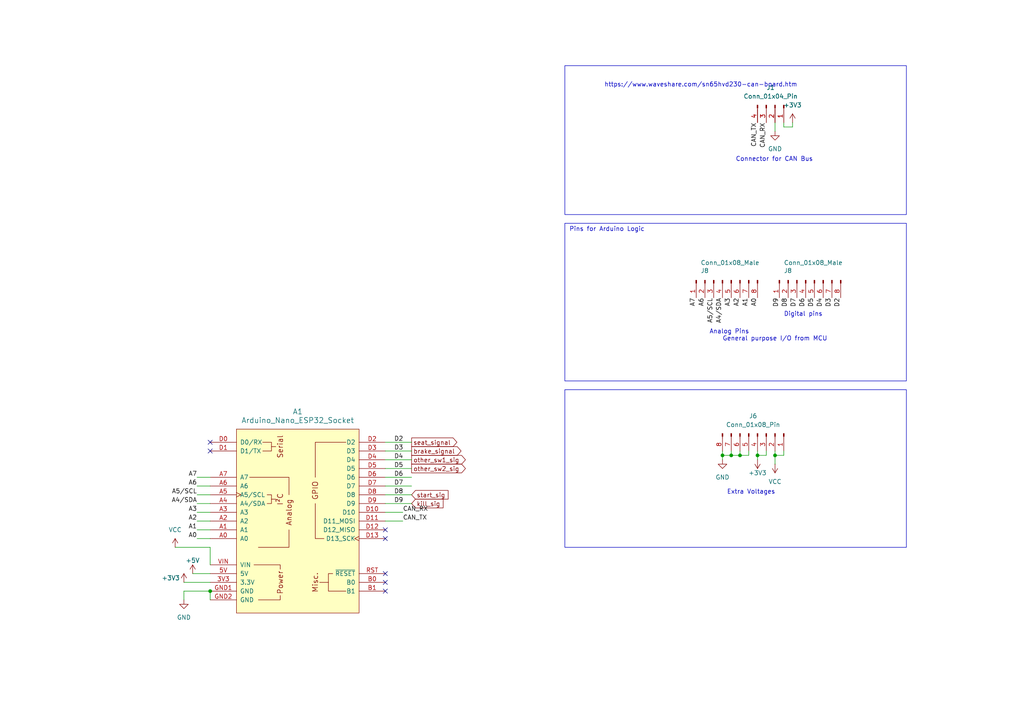
<source format=kicad_sch>
(kicad_sch (version 20231120) (generator "eeschema") (generator_version "8.0")
  (paper "A4")
  (lib_symbols
    (symbol "Connector:Conn_01x04_Pin" (pin_names (offset 1.016) hide)
      (property "Reference" "J" (at 0 5.08 0))
      (property "Value" "Conn_01x04_Pin" (at 0 -7.62 0))
      (symbol "Conn_01x04_Pin_1_1"
        (polyline (pts (xy 1.27 -5.08) (xy 0.8636 -5.08)) (stroke (width 0.1524)))
        (polyline (pts (xy 1.27 -2.54) (xy 0.8636 -2.54)) (stroke (width 0.1524)))
        (polyline (pts (xy 1.27 0) (xy 0.8636 0)) (stroke (width 0.1524)))
        (polyline (pts (xy 1.27 2.54) (xy 0.8636 2.54)) (stroke (width 0.1524)))
        (rectangle (start 0.8636 -4.953) (end 0 -5.207) (stroke (width 0.1524)) (fill (type outline)))
        (rectangle (start 0.8636 -2.413) (end 0 -2.667) (stroke (width 0.1524)) (fill (type outline)))
        (rectangle (start 0.8636 0.127) (end 0 -0.127) (stroke (width 0.1524)) (fill (type outline)))
        (rectangle (start 0.8636 2.667) (end 0 2.413) (stroke (width 0.1524)) (fill (type outline)))
        (pin passive line (at 5.08 2.54 180) (length 3.81) (name "Pin_1") (number "1"))
        (pin passive line (at 5.08 0 180) (length 3.81) (name "Pin_2") (number "2"))
        (pin passive line (at 5.08 -2.54 180) (length 3.81) (name "Pin_3") (number "3"))
        (pin passive line (at 5.08 -5.08 180) (length 3.81) (name "Pin_4") (number "4"))
      )
    )
    (symbol "Connector:Conn_01x08_Pin" (pin_names (offset 1.016) hide)
      (property "Reference" "J" (at 0 10.16 0))
      (property "Value" "Conn_01x08_Pin" (at 0 -12.7 0))
      (symbol "Conn_01x08_Pin_1_1"
        (polyline (pts (xy 1.27 -10.16) (xy 0.8636 -10.16)) (stroke (width 0.1524)))
        (polyline (pts (xy 1.27 -7.62) (xy 0.8636 -7.62)) (stroke (width 0.1524)))
        (polyline (pts (xy 1.27 -5.08) (xy 0.8636 -5.08)) (stroke (width 0.1524)))
        (polyline (pts (xy 1.27 -2.54) (xy 0.8636 -2.54)) (stroke (width 0.1524)))
        (polyline (pts (xy 1.27 0) (xy 0.8636 0)) (stroke (width 0.1524)))
        (polyline (pts (xy 1.27 2.54) (xy 0.8636 2.54)) (stroke (width 0.1524)))
        (polyline (pts (xy 1.27 5.08) (xy 0.8636 5.08)) (stroke (width 0.1524)))
        (polyline (pts (xy 1.27 7.62) (xy 0.8636 7.62)) (stroke (width 0.1524)))
        (rectangle (start 0.8636 -10.033) (end 0 -10.287) (stroke (width 0.1524)) (fill (type outline)))
        (rectangle (start 0.8636 -7.493) (end 0 -7.747) (stroke (width 0.1524)) (fill (type outline)))
        (rectangle (start 0.8636 -4.953) (end 0 -5.207) (stroke (width 0.1524)) (fill (type outline)))
        (rectangle (start 0.8636 -2.413) (end 0 -2.667) (stroke (width 0.1524)) (fill (type outline)))
        (rectangle (start 0.8636 0.127) (end 0 -0.127) (stroke (width 0.1524)) (fill (type outline)))
        (rectangle (start 0.8636 2.667) (end 0 2.413) (stroke (width 0.1524)) (fill (type outline)))
        (rectangle (start 0.8636 5.207) (end 0 4.953) (stroke (width 0.1524)) (fill (type outline)))
        (rectangle (start 0.8636 7.747) (end 0 7.493) (stroke (width 0.1524)) (fill (type outline)))
        (pin passive line (at 5.08 7.62 180) (length 3.81) (name "Pin_1") (number "1"))
        (pin passive line (at 5.08 5.08 180) (length 3.81) (name "Pin_2") (number "2"))
        (pin passive line (at 5.08 2.54 180) (length 3.81) (name "Pin_3") (number "3"))
        (pin passive line (at 5.08 0 180) (length 3.81) (name "Pin_4") (number "4"))
        (pin passive line (at 5.08 -2.54 180) (length 3.81) (name "Pin_5") (number "5"))
        (pin passive line (at 5.08 -5.08 180) (length 3.81) (name "Pin_6") (number "6"))
        (pin passive line (at 5.08 -7.62 180) (length 3.81) (name "Pin_7") (number "7"))
        (pin passive line (at 5.08 -10.16 180) (length 3.81) (name "Pin_8") (number "8"))
      )
    )
    (symbol "Motherboard_2023-rescue:Conn_01x08_Male-Connector" (pin_names (offset 1.016) hide)
      (property "Reference" "J" (at 0 10.16 0))
      (property "Value" "Connector_Conn_01x08_Male" (at 0 -12.7 0))
      (symbol "Conn_01x08_Male-Connector_1_1"
        (polyline (pts (xy 1.27 -10.16) (xy 0.8636 -10.16)) (stroke (width 0.1524)))
        (polyline (pts (xy 1.27 -7.62) (xy 0.8636 -7.62)) (stroke (width 0.1524)))
        (polyline (pts (xy 1.27 -5.08) (xy 0.8636 -5.08)) (stroke (width 0.1524)))
        (polyline (pts (xy 1.27 -2.54) (xy 0.8636 -2.54)) (stroke (width 0.1524)))
        (polyline (pts (xy 1.27 0) (xy 0.8636 0)) (stroke (width 0.1524)))
        (polyline (pts (xy 1.27 2.54) (xy 0.8636 2.54)) (stroke (width 0.1524)))
        (polyline (pts (xy 1.27 5.08) (xy 0.8636 5.08)) (stroke (width 0.1524)))
        (polyline (pts (xy 1.27 7.62) (xy 0.8636 7.62)) (stroke (width 0.1524)))
        (rectangle (start 0.8636 -10.033) (end 0 -10.287) (stroke (width 0.1524)) (fill (type outline)))
        (rectangle (start 0.8636 -7.493) (end 0 -7.747) (stroke (width 0.1524)) (fill (type outline)))
        (rectangle (start 0.8636 -4.953) (end 0 -5.207) (stroke (width 0.1524)) (fill (type outline)))
        (rectangle (start 0.8636 -2.413) (end 0 -2.667) (stroke (width 0.1524)) (fill (type outline)))
        (rectangle (start 0.8636 0.127) (end 0 -0.127) (stroke (width 0.1524)) (fill (type outline)))
        (rectangle (start 0.8636 2.667) (end 0 2.413) (stroke (width 0.1524)) (fill (type outline)))
        (rectangle (start 0.8636 5.207) (end 0 4.953) (stroke (width 0.1524)) (fill (type outline)))
        (rectangle (start 0.8636 7.747) (end 0 7.493) (stroke (width 0.1524)) (fill (type outline)))
        (pin passive line (at 5.08 7.62 180) (length 3.81) (name "Pin_1") (number "1"))
        (pin passive line (at 5.08 5.08 180) (length 3.81) (name "Pin_2") (number "2"))
        (pin passive line (at 5.08 2.54 180) (length 3.81) (name "Pin_3") (number "3"))
        (pin passive line (at 5.08 0 180) (length 3.81) (name "Pin_4") (number "4"))
        (pin passive line (at 5.08 -2.54 180) (length 3.81) (name "Pin_5") (number "5"))
        (pin passive line (at 5.08 -5.08 180) (length 3.81) (name "Pin_6") (number "6"))
        (pin passive line (at 5.08 -7.62 180) (length 3.81) (name "Pin_7") (number "7"))
        (pin passive line (at 5.08 -10.16 180) (length 3.81) (name "Pin_8") (number "8"))
      )
    )
    (symbol "arduino-library:Arduino_Nano_ESP32_Socket" (pin_names (offset 1.016))
      (property "Reference" "A" (at 0 33.02 0))
      (property "Value" "Arduino_Nano_ESP32_Socket" (at 0 29.21 0))
      (symbol "Arduino_Nano_ESP32_Socket_0_0"
        (rectangle (start -17.78 26.67) (end 17.78 -26.67) (fill (type background)))
        (polyline (pts (xy -7.62 6.35) (xy -6.35 6.35)))
        (polyline (pts (xy -7.62 21.59) (xy -6.35 21.59)))
        (polyline (pts (xy 8.89 -17.78) (xy 6.35 -17.78)))
        (polyline (pts (xy -11.43 -22.86) (xy -5.08 -22.86) (xy -5.08 -21.59)))
        (polyline (pts (xy -5.08 -13.97) (xy -5.08 -12.7) (xy -12.7 -12.7)))
        (polyline (pts (xy -10.16 22.86) (xy -7.62 22.86) (xy -7.62 20.32) (xy -10.16 20.32)))
        (polyline (pts (xy -8.89 7.62) (xy -7.62 7.62) (xy -7.62 5.08) (xy -8.89 5.08)))
        (text "Analog" (at -2.54 2.54 900) (effects (font (size 1.524 1.524))))
        (text "I²C" (at -5.08 6.35 900) (effects (font (size 1.524 1.524))))
        (text "Misc." (at 5.08 -17.78 900) (effects (font (size 1.524 1.524))))
        (text "Power" (at -5.08 -17.78 900) (effects (font (size 1.524 1.524))))
        (text "Serial" (at -5.08 21.59 900) (effects (font (size 1.524 1.524))))
      )
      (symbol "Arduino_Nano_ESP32_Socket_0_1"
        (polyline (pts (xy -13.97 12.7) (xy -2.54 12.7) (xy -2.54 7.62)))
        (polyline (pts (xy -11.43 -7.62) (xy -2.54 -7.62) (xy -2.54 -2.54)))
        (polyline (pts (xy 7.62 -5.08) (xy 5.08 -5.08) (xy 5.08 5.08)))
        (polyline (pts (xy 13.97 22.86) (xy 5.08 22.86) (xy 5.08 12.7)))
        (polyline (pts (xy 10.16 -15.24) (xy 8.89 -15.24) (xy 8.89 -20.32) (xy 13.97 -20.32)))
      )
      (symbol "Arduino_Nano_ESP32_Socket_1_0"
        (text "GPIO" (at 5.08 8.89 900) (effects (font (size 1.524 1.524))))
      )
      (symbol "Arduino_Nano_ESP32_Socket_1_1"
        (pin power_out line (at -25.4 -17.78 0) (length 7.62) (name "3.3V") (number "3V3"))
        (pin power_in line (at -25.4 -15.24 0) (length 7.62) (name "5V") (number "5V"))
        (pin bidirectional line (at -25.4 -5.08 0) (length 7.62) (name "A0") (number "A0"))
        (pin bidirectional line (at -25.4 -2.54 0) (length 7.62) (name "A1") (number "A1"))
        (pin bidirectional line (at -25.4 0 0) (length 7.62) (name "A2") (number "A2"))
        (pin bidirectional line (at -25.4 2.54 0) (length 7.62) (name "A3") (number "A3"))
        (pin bidirectional line (at -25.4 5.08 0) (length 7.62) (name "A4/SDA") (number "A4"))
        (pin bidirectional clock (at -25.4 7.62 0) (length 7.62) (name "A5/SCL") (number "A5"))
        (pin input line (at -25.4 10.16 0) (length 7.62) (name "A6") (number "A6"))
        (pin input line (at -25.4 12.7 0) (length 7.62) (name "A7") (number "A7"))
        (pin bidirectional line (at 25.4 -17.78 180) (length 7.62) (name "B0") (number "B0"))
        (pin bidirectional line (at 25.4 -20.32 180) (length 7.62) (name "B1") (number "B1"))
        (pin bidirectional line (at -25.4 22.86 0) (length 7.62) (name "D0/RX") (number "D0"))
        (pin bidirectional line (at -25.4 20.32 0) (length 7.62) (name "D1/TX") (number "D1"))
        (pin bidirectional line (at 25.4 2.54 180) (length 7.62) (name "D10") (number "D10"))
        (pin bidirectional line (at 25.4 0 180) (length 7.62) (name "D11_MOSI") (number "D11"))
        (pin bidirectional line (at 25.4 -2.54 180) (length 7.62) (name "D12_MISO") (number "D12"))
        (pin bidirectional clock (at 25.4 -5.08 180) (length 7.62) (name "D13_SCK") (number "D13"))
        (pin bidirectional line (at 25.4 22.86 180) (length 7.62) (name "D2") (number "D2"))
        (pin bidirectional line (at 25.4 20.32 180) (length 7.62) (name "D3") (number "D3"))
        (pin bidirectional line (at 25.4 17.78 180) (length 7.62) (name "D4") (number "D4"))
        (pin bidirectional line (at 25.4 15.24 180) (length 7.62) (name "D5") (number "D5"))
        (pin bidirectional line (at 25.4 12.7 180) (length 7.62) (name "D6") (number "D6"))
        (pin bidirectional line (at 25.4 10.16 180) (length 7.62) (name "D7") (number "D7"))
        (pin bidirectional line (at 25.4 7.62 180) (length 7.62) (name "D8") (number "D8"))
        (pin bidirectional line (at 25.4 5.08 180) (length 7.62) (name "D9") (number "D9"))
        (pin power_in line (at -25.4 -20.32 0) (length 7.62) (name "GND") (number "GND1"))
        (pin power_in line (at -25.4 -22.86 0) (length 7.62) (name "GND") (number "GND2"))
        (pin open_collector line (at 25.4 -15.24 180) (length 7.62) (name "~{RESET}") (number "RST"))
        (pin power_in line (at -25.4 -12.7 0) (length 7.62) (name "VIN") (number "VIN"))
      )
    )
    (symbol "power:+3V3" (power) (pin_names (offset 0))
      (property "Value" "+3V3" (at 0 3.556 0))
      (symbol "+3V3_0_1"
        (polyline (pts (xy -0.762 1.27) (xy 0 2.54)))
        (polyline (pts (xy 0 0) (xy 0 2.54)))
        (polyline (pts (xy 0 2.54) (xy 0.762 1.27)))
      )
      (symbol "+3V3_1_1"
        (pin power_in line (at 0 0 90) (length 0) hide (name "+3V3") (number "1"))
      )
    )
    (symbol "power:+5V" (power) (pin_names (offset 0))
      (property "Value" "+5V" (at 0 3.556 0))
      (symbol "+5V_0_1"
        (polyline (pts (xy -0.762 1.27) (xy 0 2.54)))
        (polyline (pts (xy 0 0) (xy 0 2.54)))
        (polyline (pts (xy 0 2.54) (xy 0.762 1.27)))
      )
      (symbol "+5V_1_1"
        (pin power_in line (at 0 0 90) (length 0) hide (name "+5V") (number "1"))
      )
    )
    (symbol "power:GND" (power) (pin_names (offset 0))
      (property "Value" "GND" (at 0 -3.81 0))
      (symbol "GND_0_1"
        (polyline (pts (xy 0 0) (xy 0 -1.27) (xy 1.27 -1.27) (xy 0 -2.54) (xy -1.27 -1.27) (xy 0 -1.27)))
      )
      (symbol "GND_1_1"
        (pin power_in line (at 0 0 270) (length 0) hide (name "GND") (number "1"))
      )
    )
    (symbol "power:VCC" (power) (pin_numbers hide) (pin_names (offset 0) hide)
      (property "Value" "VCC" (at 0 3.556 0))
      (symbol "VCC_0_1"
        (polyline (pts (xy -0.762 1.27) (xy 0 2.54)))
        (polyline (pts (xy 0 0) (xy 0 2.54)))
        (polyline (pts (xy 0 2.54) (xy 0.762 1.27)))
      )
      (symbol "VCC_1_1"
        (pin power_in line (at 0 0 90) (length 0) (name "~") (number "1"))
      )
    )
  )
  (junction (at 209.55 132.08))
  (junction (at 212.09 132.08))
  (junction (at 219.71 132.08))
  (junction (at 214.63 132.08))
  (junction (at 60.96 171.45))
  (junction (at 224.79 132.08))
  (no_connect (at 111.76 166.37))
  (no_connect (at 60.96 130.81))
  (no_connect (at 111.76 153.67))
  (no_connect (at 111.76 171.45))
  (no_connect (at 111.76 168.91))
  (no_connect (at 111.76 156.21))
  (no_connect (at 60.96 128.27))
  (wire (pts (xy 224.79 130.81) (xy 224.79 132.08)))
  (wire (pts (xy 229.87 35.56) (xy 229.87 36.83)))
  (wire (pts (xy 116.84 148.59) (xy 111.76 148.59)))
  (wire (pts (xy 60.96 158.75) (xy 60.96 163.83)))
  (wire (pts (xy 209.55 130.81) (xy 209.55 132.08)))
  (wire (pts (xy 227.33 36.83) (xy 229.87 36.83)))
  (wire (pts (xy 209.55 132.08) (xy 209.55 133.35)))
  (wire (pts (xy 57.15 146.05) (xy 60.96 146.05)))
  (wire (pts (xy 111.76 143.51) (xy 119.38 143.51)))
  (wire (pts (xy 222.25 130.81) (xy 222.25 132.08)))
  (wire (pts (xy 111.76 133.35) (xy 119.38 133.35)))
  (wire (pts (xy 214.63 130.81) (xy 214.63 132.08)))
  (wire (pts (xy 53.34 168.91) (xy 60.96 168.91)))
  (wire (pts (xy 57.15 153.67) (xy 60.96 153.67)))
  (wire (pts (xy 55.88 166.37) (xy 60.96 166.37)))
  (wire (pts (xy 57.15 140.97) (xy 60.96 140.97)))
  (wire (pts (xy 214.63 132.08) (xy 212.09 132.08)))
  (wire (pts (xy 224.79 132.08) (xy 227.33 132.08)))
  (wire (pts (xy 227.33 35.56) (xy 227.33 36.83)))
  (wire (pts (xy 116.84 151.13) (xy 111.76 151.13)))
  (wire (pts (xy 212.09 132.08) (xy 209.55 132.08)))
  (wire (pts (xy 224.79 132.08) (xy 224.79 134.62)))
  (wire (pts (xy 111.76 128.27) (xy 119.38 128.27)))
  (wire (pts (xy 53.34 171.45) (xy 53.34 173.99)))
  (wire (pts (xy 60.96 171.45) (xy 60.96 173.99)))
  (wire (pts (xy 224.79 35.56) (xy 224.79 38.1)))
  (wire (pts (xy 57.15 143.51) (xy 60.96 143.51)))
  (wire (pts (xy 57.15 138.43) (xy 60.96 138.43)))
  (wire (pts (xy 222.25 132.08) (xy 219.71 132.08)))
  (wire (pts (xy 50.8 158.75) (xy 60.96 158.75)))
  (wire (pts (xy 111.76 140.97) (xy 119.38 140.97)))
  (wire (pts (xy 219.71 133.35) (xy 219.71 132.08)))
  (wire (pts (xy 111.76 138.43) (xy 119.38 138.43)))
  (wire (pts (xy 111.76 135.89) (xy 119.38 135.89)))
  (wire (pts (xy 57.15 148.59) (xy 60.96 148.59)))
  (wire (pts (xy 111.76 130.81) (xy 119.38 130.81)))
  (wire (pts (xy 111.76 146.05) (xy 119.38 146.05)))
  (wire (pts (xy 60.96 171.45) (xy 53.34 171.45)))
  (wire (pts (xy 219.71 132.08) (xy 219.71 130.81)))
  (wire (pts (xy 57.15 156.21) (xy 60.96 156.21)))
  (wire (pts (xy 217.17 132.08) (xy 214.63 132.08)))
  (wire (pts (xy 57.15 151.13) (xy 60.96 151.13)))
  (wire (pts (xy 227.33 132.08) (xy 227.33 130.81)))
  (wire (pts (xy 212.09 130.81) (xy 212.09 132.08)))
  (wire (pts (xy 217.17 130.81) (xy 217.17 132.08)))
  (rectangle (start 163.83 64.77) (end 262.89 110.49))
  (rectangle (start 163.83 113.03) (end 262.89 158.75))
  (rectangle (start 163.83 19.05) (end 262.89 62.23))
  (text "Pins for Arduino Logic\n" (at 165.1 67.31 0) (effects (font (size 1.27 1.27)) (justify left bottom)))
  (text "Analog Pins\n\n" (at 205.74 99.06 0) (effects (font (size 1.27 1.27)) (justify left bottom)))
  (text "General purpose I/O from MCU\n" (at 209.55 99.06 0) (effects (font (size 1.27 1.27)) (justify left bottom)))
  (text "Connector for CAN Bus\n" (at 213.36 46.99 0) (effects (font (size 1.27 1.27)) (justify left bottom)))
  (text "https://www.waveshare.com/sn65hvd230-can-board.htm" (at 175.26 25.4 0) (effects (font (size 1.27 1.27)) (justify left bottom)))
  (text "Extra Voltages\n" (at 210.82 143.51 0) (effects (font (size 1.27 1.27)) (justify left bottom)))
  (text "Digital pins\n\n" (at 227.33 93.98 0) (effects (font (size 1.27 1.27)) (justify left bottom)))
  (label "A0" (at 57.15 156.21 180))
  (label "D4" (at 238.76 86.36 270))
  (label "D5" (at 114.3 135.89 0))
  (label "D9" (at 114.3 146.05 0))
  (label "D7" (at 231.14 86.36 270))
  (label "A2" (at 57.15 151.13 180))
  (label "D3" (at 241.3 86.36 270))
  (label "A1" (at 217.17 86.36 270))
  (label "CAN_RX" (at 222.25 35.56 270))
  (label "A4{slash}SDA" (at 57.15 146.05 180))
  (label "D2" (at 114.3 128.27 0))
  (label "A5{slash}SCL" (at 57.15 143.51 180))
  (label "A4{slash}SDA" (at 209.55 86.36 270))
  (label "A3" (at 57.15 148.59 180))
  (label "D2" (at 243.84 86.36 270))
  (label "A0" (at 219.71 86.36 270))
  (label "D8" (at 114.3 143.51 0))
  (label "A1" (at 57.15 153.67 180))
  (label "A7" (at 57.15 138.43 180))
  (label "CAN_RX" (at 116.84 148.59 0))
  (label "D4" (at 114.3 133.35 0))
  (label "CAN_TX" (at 219.71 35.56 270))
  (label "A7" (at 201.93 86.36 270))
  (label "A6" (at 57.15 140.97 180))
  (label "A6" (at 204.47 86.36 270))
  (label "A2" (at 214.63 86.36 270))
  (label "A3" (at 212.09 86.36 270))
  (label "D6" (at 114.3 138.43 0))
  (label "D3" (at 114.3 130.81 0))
  (label "D8" (at 228.6 86.36 270))
  (label "A5{slash}SCL" (at 207.01 86.36 270))
  (label "D5" (at 236.22 86.36 270))
  (label "D7" (at 114.3 140.97 0))
  (label "CAN_TX" (at 116.84 151.13 0))
  (label "D9" (at 226.06 86.36 270))
  (label "D6" (at 233.68 86.36 270))
  (global_label "other_sw2_sig" (shape output) (at 119.38 135.89 0) (property "Intersheetrefs" "${INTERSHEET_REFS}" (effects (hide yes))))
  (global_label "brake_signal" (shape output) (at 119.38 130.81 0) (property "Intersheetrefs" "${INTERSHEET_REFS}" (effects (hide yes))))
  (global_label "seat_signal" (shape output) (at 119.38 128.27 0) (property "Intersheetrefs" "${INTERSHEET_REFS}" (effects (hide yes))))
  (global_label "kill_sig" (shape input) (at 119.38 146.05 0) (property "Intersheetrefs" "${INTERSHEET_REFS}" (effects (hide yes))))
  (global_label "other_sw1_sig" (shape output) (at 119.38 133.35 0) (property "Intersheetrefs" "${INTERSHEET_REFS}" (effects (hide yes))))
  (global_label "start_sig" (shape input) (at 119.38 143.51 0) (property "Intersheetrefs" "${INTERSHEET_REFS}" (effects (hide yes))))
  (symbol (lib_id "power:+5V") (at 55.88 166.37 0) (unit 1)
    (property "Reference" "#PWR03" (effects (hide yes)))
    (property "Value" "+5V" (at 55.88 162.56 0))
    (instances (project "CANBOARD_REV2" (path "" (reference "#PWR03") (unit 1))) (project "CANBOARD_REV1" (path "" (reference "#PWR014") (unit 1))))
  )
  (symbol (lib_id "power:GND") (at 224.79 38.1 0) (unit 1)
    (property "Reference" "#PWR04" (effects (hide yes)))
    (property "Value" "GND" (at 224.79 43.18 0))
    (instances (project "CANBOARD_REV2" (path "" (reference "#PWR04") (unit 1))) (project "CANBOARD_REV1" (path "" (reference "#PWR03") (unit 1))))
  )
  (symbol (lib_id "power:VCC") (at 224.79 134.62 180) (unit 1)
    (property "Reference" "#PWR016" (effects (hide yes)))
    (property "Value" "VCC" (at 224.79 139.7 0))
    (property "Description" "Power symbol creates a global label with name \"VCC\"" (effects (hide yes)))
  )
  (symbol (lib_id "power:GND") (at 209.55 133.35 0) (unit 1)
    (property "Reference" "#PWR07" (effects (hide yes)))
    (property "Value" "GND" (at 209.55 138.43 0))
    (instances (project "CANBOARD_REV2" (path "" (reference "#PWR07") (unit 1))) (project "CANBOARD_REV1" (path "" (reference "#PWR01") (unit 1))))
  )
  (symbol (lib_id "arduino-library:Arduino_Nano_ESP32_Socket") (at 86.36 151.13 0) (unit 1)
    (property "Reference" "A1" (at 86.36 119.38 0) (effects (font (size 1.524 1.524))))
    (property "Value" "Arduino_Nano_ESP32_Socket" (at 86.36 121.92 0) (effects (font (size 1.524 1.524))))
    (property "Footprint" "arduino:Arduino_Nano_ESP32_Socket" (effects (hide yes)))
    (property "Datasheet" "https://docs.arduino.cc/hardware/nano-esp32" (effects (hide yes)))
  )
  (symbol (lib_id "power:VCC") (at 50.8 158.75 0) (unit 1)
    (property "Reference" "#PWR015" (effects (hide yes)))
    (property "Value" "VCC" (at 50.8 153.67 0))
    (property "Description" "Power symbol creates a global label with name \"VCC\"" (effects (hide yes)))
  )
  (symbol (lib_id "Motherboard_2023-rescue:Conn_01x08_Male-Connector") (at 233.68 81.28 90) (mirror x) (unit 1)
    (property "Reference" "J8" (at 227.33 78.5114 90) (effects (justify right)))
    (property "Value" "Conn_01x08_Male" (at 227.33 76.2 90) (effects (justify right)))
    (property "Footprint" "TerminalBlock_Phoenix:TerminalBlock_Phoenix_MKDS-1,5-8-5.08_1x08_P5.08mm_Horizontal" (effects (hide yes)))
    (instances (project "Motherboard23-24" (path "" (reference "J8") (unit 1))) (project "CANBOARD_REV2" (path "" (reference "J3") (unit 1))) (project "CANBOARD_REV1" (path "" (reference "J2") (unit 1))) (project "Motherboard_2023" (path "" (reference "J9") (unit 1))))
  )
  (symbol (lib_id "power:+3V3") (at 53.34 168.91 0) (unit 1)
    (property "Reference" "#PWR01" (effects (hide yes)))
    (property "Value" "+3V3" (at 49.53 167.64 0))
    (instances (project "CANBOARD_REV2" (path "" (reference "#PWR01") (unit 1))) (project "CANBOARD_REV1" (path "" (reference "#PWR07") (unit 1))))
  )
  (symbol (lib_id "power:+3V3") (at 219.71 133.35 180) (unit 1)
    (property "Reference" "#PWR08" (effects (hide yes)))
    (property "Value" "+3V3" (at 219.71 137.16 0))
    (instances (project "CANBOARD_REV2" (path "" (reference "#PWR08") (unit 1))) (project "CANBOARD_REV1" (path "" (reference "#PWR016") (unit 1))))
  )
  (symbol (lib_id "Motherboard_2023-rescue:Conn_01x08_Male-Connector") (at 209.55 81.28 90) (mirror x) (unit 1)
    (property "Reference" "J8" (at 203.2 78.5114 90) (effects (justify right)))
    (property "Value" "Conn_01x08_Male" (at 203.2 76.2 90) (effects (justify right)))
    (property "Footprint" "TerminalBlock_Phoenix:TerminalBlock_Phoenix_MKDS-1,5-8-5.08_1x08_P5.08mm_Horizontal" (effects (hide yes)))
    (instances (project "Motherboard23-24" (path "" (reference "J8") (unit 1))) (project "CANBOARD_REV2" (path "" (reference "J2") (unit 1))) (project "CANBOARD_REV1" (path "" (reference "J1") (unit 1))) (project "Motherboard_2023" (path "" (reference "J9") (unit 1))))
  )
  (symbol (lib_id "power:GND") (at 53.34 173.99 0) (unit 1)
    (property "Reference" "#PWR02" (effects (hide yes)))
    (property "Value" "GND" (at 53.34 179.07 0))
    (instances (project "CANBOARD_REV2" (path "" (reference "#PWR02") (unit 1))) (project "CANBOARD_REV1" (path "" (reference "#PWR05") (unit 1))))
  )
  (symbol (lib_id "power:+3V3") (at 229.87 35.56 0) (unit 1)
    (property "Reference" "#PWR05" (effects (hide yes)))
    (property "Value" "+3V3" (at 229.87 30.48 0))
    (instances (project "CANBOARD_REV2" (path "" (reference "#PWR05") (unit 1))) (project "CANBOARD_REV1" (path "" (reference "#PWR02") (unit 1))))
  )
  (symbol (lib_id "Connector:Conn_01x08_Pin") (at 219.71 125.73 270) (unit 1)
    (property "Reference" "J6" (at 218.44 120.65 90))
    (property "Value" "Conn_01x08_Pin" (at 218.44 123.19 90))
    (property "Footprint" "Connector_PinHeader_2.54mm:PinHeader_1x08_P2.54mm_Vertical" (effects (hide yes)))
    (instances (project "CANBOARD_REV2" (path "" (reference "J6") (unit 1))) (project "CANBOARD_REV1" (path "" (reference "J5") (unit 1))))
  )
  (symbol (lib_id "Connector:Conn_01x04_Pin") (at 224.79 30.48 270) (unit 1)
    (property "Reference" "J1" (at 223.52 25.4 90))
    (property "Value" "Conn_01x04_Pin" (at 223.52 27.94 90))
    (property "Footprint" "Connector_PinHeader_2.54mm:PinHeader_1x04_P2.54mm_Horizontal" (effects (hide yes)))
    (instances (project "CANBOARD_REV2" (path "" (reference "J1") (unit 1))) (project "CANBOARD_REV1" (path "" (reference "J4") (unit 1))))
  )
)
</source>
